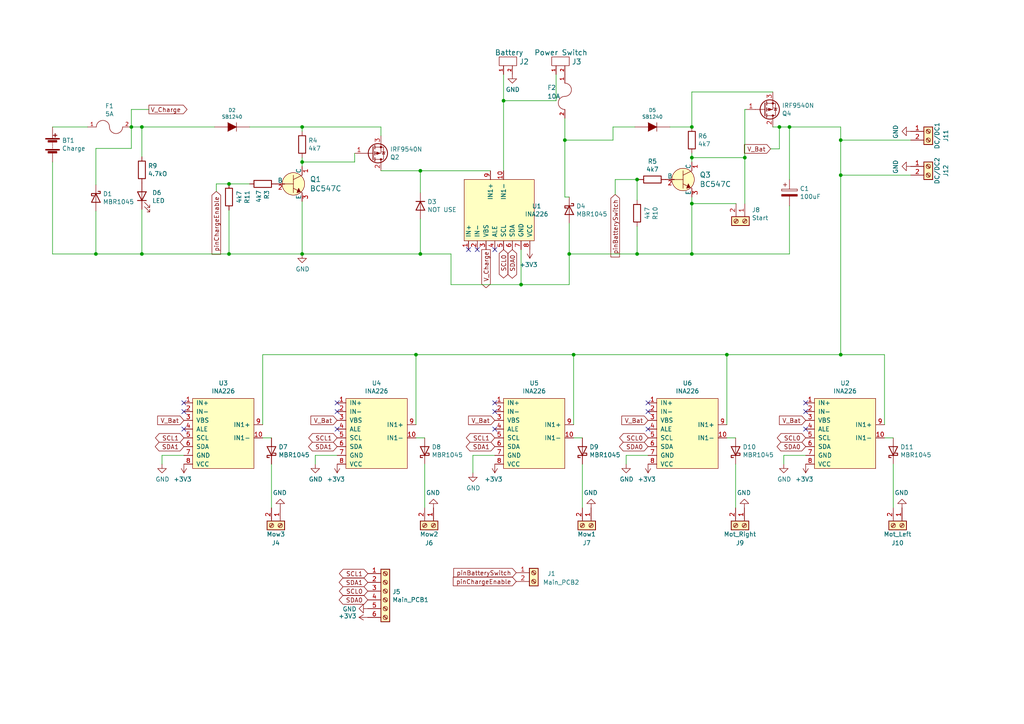
<source format=kicad_sch>
(kicad_sch (version 20210406) (generator eeschema)
  (paper "A4")
  (lib_symbols
    (symbol "Connector:Screw_Terminal_01x02" (pin_names (offset 1.016) hide)
      (property "Reference" "J" (at 0 2.54 0))
      (property "Value" "Screw_Terminal_01x02" (at 0 -5.08 0))
      (symbol "Screw_Terminal_01x02_1_1"
        (circle (center 0 -2.54) (radius 0.635) (stroke (width 0.1524)))
        (circle (center 0 0) (radius 0.635) (stroke (width 0.1524)))
        (rectangle (start -1.27 1.27) (end 1.27 -3.81) (stroke (width 0.254)) (fill (type background)))
        (polyline (pts (xy -0.5334 -2.2098) (xy 0.3302 -3.048)) (stroke (width 0.1524)))
        (polyline (pts (xy -0.5334 0.3302) (xy 0.3302 -0.508)) (stroke (width 0.1524)))
        (polyline (pts (xy -0.3556 -2.032) (xy 0.508 -2.8702)) (stroke (width 0.1524)))
        (polyline (pts (xy -0.3556 0.508) (xy 0.508 -0.3302)) (stroke (width 0.1524)))
        (pin passive line (at -5.08 0 0) (length 3.81) (name "Pin_1") (number "1"))
        (pin passive line (at -5.08 -2.54 0) (length 3.81) (name "Pin_2") (number "2"))
      )
    )
    (symbol "Connector:Screw_Terminal_01x06" (pin_names (offset 1.016) hide)
      (property "Reference" "J" (at 0 7.62 0))
      (property "Value" "Screw_Terminal_01x06" (at 0 -10.16 0))
      (symbol "Screw_Terminal_01x06_1_1"
        (circle (center 0 -7.62) (radius 0.635) (stroke (width 0.1524)))
        (circle (center 0 -5.08) (radius 0.635) (stroke (width 0.1524)))
        (circle (center 0 -2.54) (radius 0.635) (stroke (width 0.1524)))
        (circle (center 0 0) (radius 0.635) (stroke (width 0.1524)))
        (circle (center 0 2.54) (radius 0.635) (stroke (width 0.1524)))
        (circle (center 0 5.08) (radius 0.635) (stroke (width 0.1524)))
        (rectangle (start -1.27 6.35) (end 1.27 -8.89) (stroke (width 0.254)) (fill (type background)))
        (polyline (pts (xy -0.5334 -7.2898) (xy 0.3302 -8.128)) (stroke (width 0.1524)))
        (polyline (pts (xy -0.5334 -4.7498) (xy 0.3302 -5.588)) (stroke (width 0.1524)))
        (polyline (pts (xy -0.5334 -2.2098) (xy 0.3302 -3.048)) (stroke (width 0.1524)))
        (polyline (pts (xy -0.5334 0.3302) (xy 0.3302 -0.508)) (stroke (width 0.1524)))
        (polyline (pts (xy -0.5334 2.8702) (xy 0.3302 2.032)) (stroke (width 0.1524)))
        (polyline (pts (xy -0.5334 5.4102) (xy 0.3302 4.572)) (stroke (width 0.1524)))
        (polyline (pts (xy -0.3556 -7.112) (xy 0.508 -7.9502)) (stroke (width 0.1524)))
        (polyline (pts (xy -0.3556 -4.572) (xy 0.508 -5.4102)) (stroke (width 0.1524)))
        (polyline (pts (xy -0.3556 -2.032) (xy 0.508 -2.8702)) (stroke (width 0.1524)))
        (polyline (pts (xy -0.3556 0.508) (xy 0.508 -0.3302)) (stroke (width 0.1524)))
        (polyline (pts (xy -0.3556 3.048) (xy 0.508 2.2098)) (stroke (width 0.1524)))
        (polyline (pts (xy -0.3556 5.588) (xy 0.508 4.7498)) (stroke (width 0.1524)))
        (pin passive line (at -5.08 5.08 0) (length 3.81) (name "Pin_1") (number "1"))
        (pin passive line (at -5.08 2.54 0) (length 3.81) (name "Pin_2") (number "2"))
        (pin passive line (at -5.08 0 0) (length 3.81) (name "Pin_3") (number "3"))
        (pin passive line (at -5.08 -2.54 0) (length 3.81) (name "Pin_4") (number "4"))
        (pin passive line (at -5.08 -5.08 0) (length 3.81) (name "Pin_5") (number "5"))
        (pin passive line (at -5.08 -7.62 0) (length 3.81) (name "Pin_6") (number "6"))
      )
    )
    (symbol "Device:Battery" (pin_numbers hide) (pin_names (offset 0) hide)
      (property "Reference" "BT" (at 2.54 2.54 0))
      (property "Value" "Battery" (at 2.54 0 0))
      (symbol "Battery_0_1"
        (rectangle (start -2.032 -1.397) (end 2.032 -1.651) (fill (type outline)))
        (rectangle (start -2.032 1.778) (end 2.032 1.524) (fill (type outline)))
        (rectangle (start -1.3208 -1.9812) (end 1.27 -2.4892) (fill (type outline)))
        (rectangle (start -1.3208 1.1938) (end 1.27 0.6858) (fill (type outline)))
        (polyline (pts (xy 0 -1.524) (xy 0 -1.27)))
        (polyline (pts (xy 0 -1.016) (xy 0 -0.762)))
        (polyline (pts (xy 0 -0.508) (xy 0 -0.254)))
        (polyline (pts (xy 0 0) (xy 0 0.254)))
        (polyline (pts (xy 0 0.508) (xy 0 0.762)))
        (polyline (pts (xy 0 1.778) (xy 0 2.54)))
        (polyline (pts (xy 0.254 2.667) (xy 1.27 2.667)) (stroke (width 0.254)))
        (polyline (pts (xy 0.762 3.175) (xy 0.762 2.159)) (stroke (width 0.254)))
      )
      (symbol "Battery_1_1"
        (pin passive line (at 0 5.08 270) (length 2.54) (name "+") (number "1"))
        (pin passive line (at 0 -5.08 90) (length 2.54) (name "-") (number "2"))
      )
    )
    (symbol "Device:CP" (pin_numbers hide) (pin_names (offset 0.254))
      (property "Reference" "C" (at 0.635 2.54 0))
      (property "Value" "CP" (at 0.635 -2.54 0))
      (symbol "CP_0_1"
        (rectangle (start -2.286 0.508) (end 2.286 1.016))
        (rectangle (start 2.286 -0.508) (end -2.286 -1.016) (fill (type outline)))
        (polyline (pts (xy -1.778 2.286) (xy -0.762 2.286)))
        (polyline (pts (xy -1.27 2.794) (xy -1.27 1.778)))
      )
      (symbol "CP_1_1"
        (pin passive line (at 0 3.81 270) (length 2.794) (name "~") (number "1"))
        (pin passive line (at 0 -3.81 90) (length 2.794) (name "~") (number "2"))
      )
    )
    (symbol "Device:LED" (pin_numbers hide) (pin_names (offset 1.016) hide)
      (property "Reference" "D" (at 0 2.54 0))
      (property "Value" "LED" (at 0 -2.54 0))
      (symbol "LED_0_1"
        (polyline (pts (xy -1.27 -1.27) (xy -1.27 1.27)) (stroke (width 0.254)))
        (polyline (pts (xy -1.27 0) (xy 1.27 0)))
        (polyline (pts (xy 1.27 -1.27) (xy 1.27 1.27) (xy -1.27 0) (xy 1.27 -1.27)) (stroke (width 0.254)))
        (polyline (pts (xy -3.048 -0.762) (xy -4.572 -2.286) (xy -3.81 -2.286) (xy -4.572 -2.286) (xy -4.572 -1.524)))
        (polyline (pts (xy -1.778 -0.762) (xy -3.302 -2.286) (xy -2.54 -2.286) (xy -3.302 -2.286) (xy -3.302 -1.524)))
      )
      (symbol "LED_1_1"
        (pin passive line (at -3.81 0 0) (length 2.54) (name "K") (number "1"))
        (pin passive line (at 3.81 0 180) (length 2.54) (name "A") (number "2"))
      )
    )
    (symbol "Device:R" (pin_numbers hide) (pin_names (offset 0))
      (property "Reference" "R" (at 2.032 0 90))
      (property "Value" "R" (at 0 0 90))
      (symbol "R_0_1"
        (rectangle (start -1.016 -2.54) (end 1.016 2.54) (stroke (width 0.254)))
      )
      (symbol "R_1_1"
        (pin passive line (at 0 3.81 270) (length 1.27) (name "~") (number "1"))
        (pin passive line (at 0 -3.81 90) (length 1.27) (name "~") (number "2"))
      )
    )
    (symbol "Diode:1N4148" (pin_numbers hide) (pin_names (offset 1.016) hide)
      (property "Reference" "D" (at 0 2.54 0))
      (property "Value" "1N4148" (at 0 -2.54 0))
      (symbol "1N4148_0_1"
        (polyline (pts (xy -1.27 1.27) (xy -1.27 -1.27)) (stroke (width 0.254)))
        (polyline (pts (xy 1.27 0) (xy -1.27 0)))
        (polyline (pts (xy 1.27 1.27) (xy 1.27 -1.27) (xy -1.27 0) (xy 1.27 1.27)) (stroke (width 0.254)))
      )
      (symbol "1N4148_1_1"
        (pin passive line (at -3.81 0 0) (length 2.54) (name "K") (number "1"))
        (pin passive line (at 3.81 0 180) (length 2.54) (name "A") (number "2"))
      )
    )
    (symbol "Diode:MBR745" (pin_numbers hide) (pin_names (offset 1.016) hide)
      (property "Reference" "D" (at 0 2.54 0))
      (property "Value" "MBR745" (at 0 -2.54 0))
      (symbol "MBR745_0_1"
        (polyline (pts (xy 1.27 0) (xy -1.27 0)))
        (polyline (pts (xy 1.27 1.27) (xy 1.27 -1.27) (xy -1.27 0) (xy 1.27 1.27)) (stroke (width 0.254)))
        (polyline (pts (xy -1.905 0.635) (xy -1.905 1.27) (xy -1.27 1.27) (xy -1.27 -1.27) (xy -0.635 -1.27) (xy -0.635 -0.635)) (stroke (width 0.254)))
      )
      (symbol "MBR745_1_1"
        (pin passive line (at -3.81 0 0) (length 2.54) (name "K") (number "1"))
        (pin passive line (at 3.81 0 180) (length 2.54) (name "A") (number "2"))
      )
    )
    (symbol "Mechanical:MountingHole_Pad" (pin_numbers hide) (pin_names (offset 1.016) hide)
      (property "Reference" "H" (at 0 6.35 0))
      (property "Value" "MountingHole_Pad" (at 0 4.445 0))
      (symbol "MountingHole_Pad_0_1"
        (circle (center 0 1.27) (radius 1.27) (stroke (width 1.27)))
      )
      (symbol "MountingHole_Pad_1_1"
        (pin input line (at 0 -2.54 90) (length 2.54) (name "1") (number "1"))
      )
    )
    (symbol "Sense_I2C:INA226" (pin_names (offset 1.016))
      (property "Reference" "U" (at 0 11.43 0))
      (property "Value" "INA226" (at 3.81 -6.35 0))
      (symbol "INA226_0_1"
        (rectangle (start 8.89 -10.16) (end -8.89 10.16) (fill (type background)))
      )
      (symbol "INA226_1_1"
        (pin input line (at -11.43 8.89 0) (length 2.54) (name "IN+") (number "1"))
        (pin input line (at 11.43 -1.27 180) (length 2.54) (name "IN1-") (number "10"))
        (pin input line (at -11.43 6.35 0) (length 2.54) (name "IN-") (number "2"))
        (pin input line (at -11.43 3.81 0) (length 2.54) (name "VBS") (number "3"))
        (pin input line (at -11.43 1.27 0) (length 2.54) (name "ALE") (number "4"))
        (pin bidirectional line (at -11.43 -1.27 0) (length 2.54) (name "SCL") (number "5"))
        (pin bidirectional line (at -11.43 -3.81 0) (length 2.54) (name "SDA") (number "6"))
        (pin input line (at -11.43 -6.35 0) (length 2.54) (name "GND") (number "7"))
        (pin input line (at -11.43 -8.89 0) (length 2.54) (name "VCC") (number "8"))
        (pin input line (at 11.43 2.54 180) (length 2.54) (name "IN1+") (number "9"))
      )
    )
    (symbol "Transistor_FET:IRF9540N" (pin_names hide)
      (property "Reference" "Q" (at 5.08 1.905 0))
      (property "Value" "IRF9540N" (at 5.08 0 0))
      (symbol "IRF9540N_0_1"
        (circle (center 1.651 0) (radius 2.794) (stroke (width 0.254)))
        (circle (center 2.54 -1.778) (radius 0.254) (fill (type outline)))
        (circle (center 2.54 1.778) (radius 0.254) (fill (type outline)))
        (polyline (pts (xy 0.254 0) (xy -2.54 0)))
        (polyline (pts (xy 0.254 1.905) (xy 0.254 -1.905)) (stroke (width 0.254)))
        (polyline (pts (xy 0.762 -1.27) (xy 0.762 -2.286)) (stroke (width 0.254)))
        (polyline (pts (xy 0.762 0.508) (xy 0.762 -0.508)) (stroke (width 0.254)))
        (polyline (pts (xy 0.762 2.286) (xy 0.762 1.27)) (stroke (width 0.254)))
        (polyline (pts (xy 2.54 2.54) (xy 2.54 1.778)))
        (polyline (pts (xy 2.54 -2.54) (xy 2.54 0) (xy 0.762 0)))
        (polyline (pts (xy 0.762 1.778) (xy 3.302 1.778) (xy 3.302 -1.778) (xy 0.762 -1.778)))
        (polyline (pts (xy 2.794 -0.508) (xy 2.921 -0.381) (xy 3.683 -0.381) (xy 3.81 -0.254)))
        (polyline (pts (xy 3.302 -0.381) (xy 2.921 0.254) (xy 3.683 0.254) (xy 3.302 -0.381)))
        (polyline (pts (xy 2.286 0) (xy 1.27 0.381) (xy 1.27 -0.381) (xy 2.286 0)) (fill (type outline)))
      )
      (symbol "IRF9540N_1_1"
        (pin input line (at -5.08 0 0) (length 2.54) (name "G") (number "1"))
        (pin passive line (at 2.54 5.08 270) (length 2.54) (name "D") (number "2"))
        (pin passive line (at 2.54 -5.08 90) (length 2.54) (name "S") (number "3"))
      )
    )
    (symbol "charge_pcb-rescue:BC548BTA-dk_Transistors-Bipolar-BJT-Single" (pin_names (offset 0))
      (property "Reference" "Q" (at -3.2004 4.2164 0))
      (property "Value" "BC548BTA-dk_Transistors-Bipolar-BJT-Single" (at 5.2324 0 90))
      (symbol "BC548BTA-dk_Transistors-Bipolar-BJT-Single_0_1"
        (circle (center 0 0) (radius 3.2512) (fill (type background)))
        (polyline (pts (xy -3.81 0) (xy -2.54 0)))
        (polyline (pts (xy -3.556 0) (xy 0 0)))
        (polyline (pts (xy 0 -1.27) (xy 2.54 -2.54)))
        (polyline (pts (xy 0 1.27) (xy 2.54 2.54)))
        (polyline (pts (xy 0 2.54) (xy 0 -2.54)))
        (polyline (pts (xy 1.524 -1.27) (xy 2.032 -2.286) (xy 1.016 -2.54) (xy 1.524 -1.27)) (fill (type outline)))
      )
      (symbol "BC548BTA-dk_Transistors-Bipolar-BJT-Single_1_1"
        (pin passive line (at 2.54 5.08 270) (length 2.54) (name "C") (number "1"))
        (pin input line (at -5.08 0 0) (length 2.54) (name "B") (number "2"))
        (pin passive line (at 2.54 -5.08 90) (length 2.54) (name "E") (number "3"))
      )
    )
    (symbol "charge_pcb-rescue:DIODE-Lötpad_2,5mm" (pin_numbers hide) (pin_names (offset 1.016) hide)
      (property "Reference" "D" (at 0 2.54 0))
      (property "Value" "DIODE-Lötpad_2,5mm" (at 0 -2.54 0))
      (symbol "DIODE-Lötpad_2,5mm_0_1"
        (polyline (pts (xy 1.27 1.27) (xy 1.27 -1.27)) (stroke (width 0.1524)))
        (polyline (pts (xy -1.27 1.27) (xy 1.27 0) (xy -1.27 -1.27)) (fill (type outline)))
      )
      (symbol "DIODE-Lötpad_2,5mm_1_1"
        (pin passive line (at -5.08 0 0) (length 3.81) (name "A") (number "1"))
        (pin passive line (at 5.08 0 180) (length 3.81) (name "K") (number "2"))
      )
    )
    (symbol "charge_pcb-rescue:FUSE-Zimprich" (pin_names (offset 0.254))
      (property "Reference" "F" (at 2.54 1.27 0))
      (property "Value" "FUSE-Zimprich" (at -2.54 -1.27 0))
      (symbol "FUSE-Zimprich_0_1"
        (arc (start 0 0) (end -3.81 0) (radius (at -1.905 0) (length 1.905) (angles 0.1 179.9)))
        (arc (start 0 0) (end 3.81 0) (radius (at 1.905 0) (length 1.905) (angles -179.9 -0.1)))
      )
      (symbol "FUSE-Zimprich_1_1"
        (pin input line (at -6.35 0 0) (length 2.54) (name "~") (number "1"))
        (pin input line (at 6.35 0 180) (length 2.54) (name "~") (number "2"))
      )
    )
    (symbol "charge_pcb-rescue:GND-Lötpad_2,5mm" (power) (pin_names (offset 0))
      (property "Value" "GND-Lötpad_2,5mm" (at 0 -3.81 0))
      (symbol "GND-Lötpad_2,5mm_0_1"
        (polyline (pts (xy 0 0) (xy 0 -1.27) (xy 1.27 -1.27) (xy 0 -2.54) (xy -1.27 -1.27) (xy 0 -1.27)))
      )
      (symbol "GND-Lötpad_2,5mm_1_1"
        (pin power_in line (at 0 0 270) (length 0) hide (name "GND") (number "1"))
      )
    )
    (symbol "charge_pcb-rescue:HEADER_2-Zimprich" (pin_names (offset 0))
      (property "Reference" "J" (at 0 3.81 0))
      (property "Value" "HEADER_2-Zimprich" (at 0 -3.81 0))
      (symbol "HEADER_2-Zimprich_0_1"
        (rectangle (start 2.54 2.54) (end 0 -2.54))
      )
      (symbol "HEADER_2-Zimprich_1_1"
        (pin passive line (at -2.54 1.27 0) (length 2.54) (name "~") (number "1"))
        (pin passive line (at -2.54 -1.27 0) (length 2.54) (name "~") (number "2"))
      )
    )
    (symbol "power:+3.3V" (power) (pin_names (offset 0))
      (property "Value" "+3.3V" (at 0 3.556 0))
      (symbol "+3.3V_0_1"
        (polyline (pts (xy -0.762 1.27) (xy 0 2.54)))
        (polyline (pts (xy 0 0) (xy 0 2.54)))
        (polyline (pts (xy 0 2.54) (xy 0.762 1.27)))
      )
      (symbol "+3.3V_1_1"
        (pin power_in line (at 0 0 90) (length 0) hide (name "+3V3") (number "1"))
      )
    )
    (symbol "power:+3V3" (power) (pin_names (offset 0))
      (property "Value" "+3V3" (at 0 3.556 0))
      (symbol "+3V3_0_1"
        (polyline (pts (xy -0.762 1.27) (xy 0 2.54)))
        (polyline (pts (xy 0 0) (xy 0 2.54)))
        (polyline (pts (xy 0 2.54) (xy 0.762 1.27)))
      )
      (symbol "+3V3_1_1"
        (pin power_in line (at 0 0 90) (length 0) hide (name "+3V3") (number "1"))
      )
    )
    (symbol "power:GND" (power) (pin_names (offset 0))
      (property "Value" "GND" (at 0 -3.81 0))
      (symbol "GND_0_1"
        (polyline (pts (xy 0 0) (xy 0 -1.27) (xy 1.27 -1.27) (xy 0 -2.54) (xy -1.27 -1.27) (xy 0 -1.27)))
      )
      (symbol "GND_1_1"
        (pin power_in line (at 0 0 270) (length 0) hide (name "GND") (number "1"))
      )
    )
  )
  (junction (at 27.813 73.66) (diameter 0.9144))
  (junction (at 38.1 36.83) (diameter 0.9144))
  (junction (at 41.148 36.83) (diameter 0.9144))
  (junction (at 41.148 73.66) (diameter 0.9144))
  (junction (at 66.421 53.34) (diameter 0.9144))
  (junction (at 66.421 73.66) (diameter 0.9144))
  (junction (at 87.63 36.83) (diameter 0.9144))
  (junction (at 87.63 46.99) (diameter 0.9144))
  (junction (at 87.63 73.66) (diameter 0.9144))
  (junction (at 120.65 102.87) (diameter 0.9144))
  (junction (at 121.92 49.53) (diameter 0.9144))
  (junction (at 121.92 73.66) (diameter 0.9144))
  (junction (at 146.05 29.21) (diameter 0.9144))
  (junction (at 151.13 82.55) (diameter 0.9144))
  (junction (at 163.83 40.64) (diameter 0.9144))
  (junction (at 165.1 73.66) (diameter 0.9144))
  (junction (at 166.37 102.87) (diameter 0.9144))
  (junction (at 184.785 52.07) (diameter 0.9144))
  (junction (at 184.785 73.66) (diameter 0.9144))
  (junction (at 200.66 36.83) (diameter 0.9144))
  (junction (at 200.66 45.72) (diameter 0.9144))
  (junction (at 200.66 59.055) (diameter 0.9144))
  (junction (at 200.66 73.66) (diameter 0.9144))
  (junction (at 210.82 102.87) (diameter 0.9144))
  (junction (at 216.027 45.72) (diameter 0.9144))
  (junction (at 226.06 36.83) (diameter 0.9144))
  (junction (at 228.981 36.83) (diameter 0.9144))
  (junction (at 243.84 40.64) (diameter 0.9144))
  (junction (at 243.84 50.8) (diameter 0.9144))
  (junction (at 243.84 102.87) (diameter 0.9144))
  (no_connect (at 53.34 116.84))
  (no_connect (at 53.34 119.38))
  (no_connect (at 53.34 124.46))
  (no_connect (at 97.79 116.84))
  (no_connect (at 97.79 119.38))
  (no_connect (at 97.79 124.46))
  (no_connect (at 135.89 72.39))
  (no_connect (at 138.43 72.39))
  (no_connect (at 143.51 72.39))
  (no_connect (at 143.51 116.84))
  (no_connect (at 143.51 119.38))
  (no_connect (at 143.51 124.46))
  (no_connect (at 187.96 116.84))
  (no_connect (at 187.96 119.38))
  (no_connect (at 187.96 124.46))
  (no_connect (at 233.68 116.84))
  (no_connect (at 233.68 119.38))
  (no_connect (at 233.68 124.46))
  (wire (pts (xy 15.24 36.83) (xy 25.4 36.83)))
  (wire (pts (xy 15.24 73.66) (xy 15.24 46.99)))
  (wire (pts (xy 15.24 73.66) (xy 27.813 73.66)))
  (wire (pts (xy 27.813 43.053) (xy 27.813 53.594)))
  (wire (pts (xy 27.813 61.214) (xy 27.813 73.66)))
  (wire (pts (xy 27.813 73.66) (xy 41.148 73.66)))
  (wire (pts (xy 38.1 31.75) (xy 38.1 36.83)))
  (wire (pts (xy 38.1 36.83) (xy 38.1 43.053)))
  (wire (pts (xy 38.1 36.83) (xy 41.148 36.83)))
  (wire (pts (xy 38.1 43.053) (xy 27.813 43.053)))
  (wire (pts (xy 41.148 36.83) (xy 62.23 36.83)))
  (wire (pts (xy 41.148 45.466) (xy 41.148 36.83)))
  (wire (pts (xy 41.148 60.706) (xy 41.148 73.66)))
  (wire (pts (xy 41.148 73.66) (xy 66.421 73.66)))
  (wire (pts (xy 43.18 31.75) (xy 38.1 31.75)))
  (wire (pts (xy 46.99 132.08) (xy 46.99 134.62)))
  (wire (pts (xy 53.34 132.08) (xy 46.99 132.08)))
  (wire (pts (xy 62.738 53.34) (xy 62.738 55.499)))
  (wire (pts (xy 66.421 53.34) (xy 62.738 53.34)))
  (wire (pts (xy 66.421 53.34) (xy 72.39 53.34)))
  (wire (pts (xy 66.421 60.96) (xy 66.421 73.66)))
  (wire (pts (xy 66.421 73.66) (xy 87.63 73.66)))
  (wire (pts (xy 72.39 36.83) (xy 87.63 36.83)))
  (wire (pts (xy 76.2 102.87) (xy 120.65 102.87)))
  (wire (pts (xy 76.2 123.19) (xy 76.2 102.87)))
  (wire (pts (xy 76.2 127) (xy 78.74 127)))
  (wire (pts (xy 78.74 134.62) (xy 78.74 147.32)))
  (wire (pts (xy 87.63 36.83) (xy 87.63 38.1)))
  (wire (pts (xy 87.63 36.83) (xy 110.49 36.83)))
  (wire (pts (xy 87.63 45.72) (xy 87.63 46.99)))
  (wire (pts (xy 87.63 46.99) (xy 87.63 48.26)))
  (wire (pts (xy 87.63 46.99) (xy 102.87 46.99)))
  (wire (pts (xy 87.63 73.66) (xy 87.63 58.42)))
  (wire (pts (xy 87.63 73.66) (xy 121.92 73.66)))
  (wire (pts (xy 91.44 132.08) (xy 91.44 134.62)))
  (wire (pts (xy 97.79 132.08) (xy 91.44 132.08)))
  (wire (pts (xy 102.87 46.99) (xy 102.87 44.45)))
  (wire (pts (xy 110.49 36.83) (xy 110.49 39.37)))
  (wire (pts (xy 110.49 49.53) (xy 121.92 49.53)))
  (wire (pts (xy 120.65 102.87) (xy 166.37 102.87)))
  (wire (pts (xy 120.65 123.19) (xy 120.65 102.87)))
  (wire (pts (xy 120.65 127) (xy 123.19 127)))
  (wire (pts (xy 121.92 55.88) (xy 121.92 49.53)))
  (wire (pts (xy 121.92 63.5) (xy 121.92 73.66)))
  (wire (pts (xy 121.92 73.66) (xy 130.81 73.66)))
  (wire (pts (xy 123.19 134.62) (xy 123.19 147.32)))
  (wire (pts (xy 130.81 73.66) (xy 130.81 82.55)))
  (wire (pts (xy 130.81 82.55) (xy 151.13 82.55)))
  (wire (pts (xy 137.16 132.08) (xy 137.16 137.16)))
  (wire (pts (xy 142.24 49.53) (xy 121.92 49.53)))
  (wire (pts (xy 143.51 132.08) (xy 137.16 132.08)))
  (wire (pts (xy 146.05 21.59) (xy 146.05 29.21)))
  (wire (pts (xy 146.05 29.21) (xy 146.05 49.53)))
  (wire (pts (xy 151.13 72.39) (xy 151.13 82.55)))
  (wire (pts (xy 151.13 82.55) (xy 165.1 82.55)))
  (wire (pts (xy 161.29 21.59) (xy 161.29 29.21)))
  (wire (pts (xy 161.29 29.21) (xy 146.05 29.21)))
  (wire (pts (xy 163.83 34.29) (xy 163.83 40.64)))
  (wire (pts (xy 163.83 40.64) (xy 163.83 57.15)))
  (wire (pts (xy 163.83 40.64) (xy 177.8 40.64)))
  (wire (pts (xy 163.83 57.15) (xy 165.1 57.15)))
  (wire (pts (xy 165.1 73.66) (xy 165.1 64.77)))
  (wire (pts (xy 165.1 73.66) (xy 184.785 73.66)))
  (wire (pts (xy 165.1 82.55) (xy 165.1 73.66)))
  (wire (pts (xy 166.37 102.87) (xy 210.82 102.87)))
  (wire (pts (xy 166.37 123.19) (xy 166.37 102.87)))
  (wire (pts (xy 166.37 127) (xy 168.91 127)))
  (wire (pts (xy 168.91 134.62) (xy 168.91 147.32)))
  (wire (pts (xy 177.8 36.83) (xy 184.15 36.83)))
  (wire (pts (xy 177.8 40.64) (xy 177.8 36.83)))
  (wire (pts (xy 178.435 52.07) (xy 178.435 56.388)))
  (wire (pts (xy 181.61 132.08) (xy 181.61 134.62)))
  (wire (pts (xy 184.785 52.07) (xy 178.435 52.07)))
  (wire (pts (xy 184.785 58.039) (xy 184.785 52.07)))
  (wire (pts (xy 184.785 65.659) (xy 184.785 73.66)))
  (wire (pts (xy 184.785 73.66) (xy 200.66 73.66)))
  (wire (pts (xy 185.42 52.07) (xy 184.785 52.07)))
  (wire (pts (xy 187.96 132.08) (xy 181.61 132.08)))
  (wire (pts (xy 194.31 36.83) (xy 200.66 36.83)))
  (wire (pts (xy 200.66 26.67) (xy 200.66 36.83)))
  (wire (pts (xy 200.66 44.45) (xy 200.66 45.72)))
  (wire (pts (xy 200.66 45.72) (xy 200.66 46.99)))
  (wire (pts (xy 200.66 45.72) (xy 216.027 45.72)))
  (wire (pts (xy 200.66 57.15) (xy 200.66 59.055)))
  (wire (pts (xy 200.66 59.055) (xy 200.66 73.66)))
  (wire (pts (xy 200.66 73.66) (xy 228.981 73.66)))
  (wire (pts (xy 210.82 123.19) (xy 210.82 102.87)))
  (wire (pts (xy 210.82 127) (xy 213.36 127)))
  (wire (pts (xy 213.36 134.62) (xy 213.36 147.32)))
  (wire (pts (xy 213.487 59.055) (xy 200.66 59.055)))
  (wire (pts (xy 216.027 31.75) (xy 216.027 45.72)))
  (wire (pts (xy 216.027 45.72) (xy 216.027 59.055)))
  (wire (pts (xy 216.535 31.75) (xy 216.027 31.75)))
  (wire (pts (xy 223.52 43.18) (xy 226.06 43.18)))
  (wire (pts (xy 224.155 26.67) (xy 200.66 26.67)))
  (wire (pts (xy 224.155 36.83) (xy 226.06 36.83)))
  (wire (pts (xy 226.06 36.83) (xy 228.981 36.83)))
  (wire (pts (xy 226.06 43.18) (xy 226.06 36.83)))
  (wire (pts (xy 227.33 132.08) (xy 227.33 134.62)))
  (wire (pts (xy 228.981 36.83) (xy 243.84 36.83)))
  (wire (pts (xy 228.981 52.07) (xy 228.981 36.83)))
  (wire (pts (xy 228.981 59.69) (xy 228.981 73.66)))
  (wire (pts (xy 233.68 132.08) (xy 227.33 132.08)))
  (wire (pts (xy 243.84 36.83) (xy 243.84 40.64)))
  (wire (pts (xy 243.84 40.64) (xy 243.84 50.8)))
  (wire (pts (xy 243.84 50.8) (xy 243.84 102.87)))
  (wire (pts (xy 243.84 102.87) (xy 210.82 102.87)))
  (wire (pts (xy 243.84 102.87) (xy 256.54 102.87)))
  (wire (pts (xy 256.54 102.87) (xy 256.54 123.19)))
  (wire (pts (xy 256.54 127) (xy 259.08 127)))
  (wire (pts (xy 259.08 134.62) (xy 259.08 147.32)))
  (wire (pts (xy 264.16 40.64) (xy 243.84 40.64)))
  (wire (pts (xy 264.16 50.8) (xy 243.84 50.8)))
  (global_label "V_Charge" (shape output) (at 43.18 31.75 0) (property "Intersheet References" "${INTERSHEET_REFS}" (effects hide)))
  (global_label "V_Bat" (shape input) (at 53.34 121.92 180) (property "Intersheet References" "${INTERSHEET_REFS}" (effects hide)))
  (global_label "SCL1" (shape bidirectional) (at 53.34 127 180) (property "Intersheet References" "${INTERSHEET_REFS}" (effects hide)))
  (global_label "SDA1" (shape bidirectional) (at 53.34 129.54 180) (property "Intersheet References" "${INTERSHEET_REFS}" (effects hide)))
  (global_label "pinChargeEnable" (shape input) (at 62.738 55.499 270) (property "Intersheet References" "${INTERSHEET_REFS}" (effects hide)))
  (global_label "V_Bat" (shape input) (at 97.79 121.92 180) (property "Intersheet References" "${INTERSHEET_REFS}" (effects hide)))
  (global_label "SCL1" (shape bidirectional) (at 97.79 127 180) (property "Intersheet References" "${INTERSHEET_REFS}" (effects hide)))
  (global_label "SDA1" (shape bidirectional) (at 97.79 129.54 180) (property "Intersheet References" "${INTERSHEET_REFS}" (effects hide)))
  (global_label "SCL1" (shape bidirectional) (at 106.68 166.37 180) (property "Intersheet References" "${INTERSHEET_REFS}" (effects hide)))
  (global_label "SDA1" (shape bidirectional) (at 106.68 168.91 180) (property "Intersheet References" "${INTERSHEET_REFS}" (effects hide)))
  (global_label "SCL0" (shape bidirectional) (at 106.68 171.45 180) (property "Intersheet References" "${INTERSHEET_REFS}" (effects hide)))
  (global_label "SDA0" (shape bidirectional) (at 106.68 173.99 180) (property "Intersheet References" "${INTERSHEET_REFS}" (effects hide)))
  (global_label "V_Charge" (shape output) (at 140.97 72.39 270) (property "Intersheet References" "${INTERSHEET_REFS}" (effects hide)))
  (global_label "V_Bat" (shape input) (at 143.51 121.92 180) (property "Intersheet References" "${INTERSHEET_REFS}" (effects hide)))
  (global_label "SCL1" (shape bidirectional) (at 143.51 127 180) (property "Intersheet References" "${INTERSHEET_REFS}" (effects hide)))
  (global_label "SDA1" (shape bidirectional) (at 143.51 129.54 180) (property "Intersheet References" "${INTERSHEET_REFS}" (effects hide)))
  (global_label "SCL0" (shape bidirectional) (at 146.05 72.39 270) (property "Intersheet References" "${INTERSHEET_REFS}" (effects hide)))
  (global_label "SDA0" (shape bidirectional) (at 148.59 72.39 270) (property "Intersheet References" "${INTERSHEET_REFS}" (effects hide)))
  (global_label "pinBatterySwitch" (shape input) (at 149.733 166.116 180) (property "Intersheet References" "${INTERSHEET_REFS}" (effects hide)))
  (global_label "pinChargeEnable" (shape input) (at 149.733 168.656 180) (property "Intersheet References" "${INTERSHEET_REFS}" (effects hide)))
  (global_label "pinBatterySwitch" (shape input) (at 178.435 56.388 270) (property "Intersheet References" "${INTERSHEET_REFS}" (effects hide)))
  (global_label "V_Bat" (shape input) (at 187.96 121.92 180) (property "Intersheet References" "${INTERSHEET_REFS}" (effects hide)))
  (global_label "SCL0" (shape bidirectional) (at 187.96 127 180) (property "Intersheet References" "${INTERSHEET_REFS}" (effects hide)))
  (global_label "SDA0" (shape bidirectional) (at 187.96 129.54 180) (property "Intersheet References" "${INTERSHEET_REFS}" (effects hide)))
  (global_label "V_Bat" (shape input) (at 223.52 43.18 180) (property "Intersheet References" "${INTERSHEET_REFS}" (effects hide)))
  (global_label "V_Bat" (shape input) (at 233.68 121.92 180) (property "Intersheet References" "${INTERSHEET_REFS}" (effects hide)))
  (global_label "SCL0" (shape bidirectional) (at 233.68 127 180) (property "Intersheet References" "${INTERSHEET_REFS}" (effects hide)))
  (global_label "SDA0" (shape bidirectional) (at 233.68 129.54 180) (property "Intersheet References" "${INTERSHEET_REFS}" (effects hide)))
  (symbol (lib_id "power:+3.3V") (at 53.34 134.62 180) (unit 1)
    (property "Reference" "#PWR04" (effects hide))
    (property "Value" "+3.3V" (at 52.959 139.0142 0))
  )
  (symbol (lib_id "power:+3.3V") (at 97.79 134.62 180) (unit 1)
    (property "Reference" "#PWR08" (effects hide))
    (property "Value" "+3.3V" (at 97.409 139.0142 0))
  )
  (symbol (lib_id "power:+3V3") (at 106.68 179.07 90) (unit 1)
    (property "Reference" "#PWR010" (effects hide))
    (property "Value" "+3V3" (at 103.4288 178.689 90) (effects (justify left)))
  )
  (symbol (lib_id "power:+3.3V") (at 143.51 134.62 180) (unit 1)
    (property "Reference" "#PWR013" (effects hide))
    (property "Value" "+3.3V" (at 143.129 139.0142 0))
  )
  (symbol (lib_id "power:+3.3V") (at 153.67 72.39 180) (unit 1)
    (property "Reference" "#PWR05" (effects hide))
    (property "Value" "+3.3V" (at 153.289 76.7842 0))
  )
  (symbol (lib_id "power:+3.3V") (at 187.96 134.62 180) (unit 1)
    (property "Reference" "#PWR016" (effects hide))
    (property "Value" "+3.3V" (at 187.579 139.0142 0))
  )
  (symbol (lib_id "power:+3.3V") (at 233.68 134.62 180) (unit 1)
    (property "Reference" "#PWR019" (effects hide))
    (property "Value" "+3.3V" (at 233.299 139.0142 0))
  )
  (symbol (lib_id "power:GND") (at 46.99 134.62 0) (unit 1)
    (property "Reference" "#PWR03" (effects hide))
    (property "Value" "GND" (at 47.117 139.0142 0))
  )
  (symbol (lib_id "power:GND") (at 81.28 147.32 180) (unit 1)
    (property "Reference" "#PWR06" (effects hide))
    (property "Value" "GND" (at 81.153 142.9258 0))
  )
  (symbol (lib_id "power:GND") (at 87.63 73.66 0) (unit 1)
    (property "Reference" "#PWR01" (effects hide))
    (property "Value" "GND" (at 87.757 78.0542 0))
  )
  (symbol (lib_id "power:GND") (at 91.44 134.62 0) (unit 1)
    (property "Reference" "#PWR07" (effects hide))
    (property "Value" "GND" (at 91.567 139.0142 0))
  )
  (symbol (lib_id "power:GND") (at 106.68 176.53 270) (unit 1)
    (property "Reference" "#PWR09" (effects hide))
    (property "Value" "GND" (at 103.4288 176.657 90) (effects (justify right)))
  )
  (symbol (lib_id "power:GND") (at 125.73 147.32 180) (unit 1)
    (property "Reference" "#PWR011" (effects hide))
    (property "Value" "GND" (at 125.603 142.9258 0))
  )
  (symbol (lib_id "power:GND") (at 137.16 137.16 0) (unit 1)
    (property "Reference" "#PWR012" (effects hide))
    (property "Value" "GND" (at 137.287 141.5542 0))
  )
  (symbol (lib_id "power:GND") (at 148.59 21.59 0) (unit 1)
    (property "Reference" "#PWR02" (effects hide))
    (property "Value" "GND" (at 148.717 25.9842 0))
  )
  (symbol (lib_id "power:GND") (at 171.45 147.32 180) (unit 1)
    (property "Reference" "#PWR014" (effects hide))
    (property "Value" "GND" (at 171.323 142.9258 0))
  )
  (symbol (lib_id "power:GND") (at 181.61 134.62 0) (unit 1)
    (property "Reference" "#PWR015" (effects hide))
    (property "Value" "GND" (at 181.737 139.0142 0))
  )
  (symbol (lib_id "power:GND") (at 215.9 147.32 180) (unit 1)
    (property "Reference" "#PWR017" (effects hide))
    (property "Value" "GND" (at 215.773 142.9258 0))
  )
  (symbol (lib_id "power:GND") (at 227.33 134.62 0) (unit 1)
    (property "Reference" "#PWR018" (effects hide))
    (property "Value" "GND" (at 227.457 139.0142 0))
  )
  (symbol (lib_id "power:GND") (at 261.62 147.32 180) (unit 1)
    (property "Reference" "#PWR020" (effects hide))
    (property "Value" "GND" (at 261.493 142.9258 0))
  )
  (symbol (lib_id "power:GND") (at 264.16 38.1 270) (unit 1)
    (property "Reference" "#PWR021" (effects hide))
    (property "Value" "GND" (at 259.7658 38.227 0))
  )
  (symbol (lib_id "power:GND") (at 264.16 48.26 270) (unit 1)
    (property "Reference" "#PWR022" (effects hide))
    (property "Value" "GND" (at 259.7658 48.387 0))
  )
  (symbol (lib_id "charge_pcb-rescue:GND-Lötpad_2,5mm") (at 300.99 16.51 0) (unit 1)
    (property "Reference" "#PWR0101" (effects hide))
    (property "Value" "GND" (at 301.117 21.1074 0) (effects (font (size 1.524 1.524))))
  )
  (symbol (lib_id "charge_pcb-rescue:GND-Lötpad_2,5mm") (at 300.99 29.21 0) (unit 1)
    (property "Reference" "#PWR0102" (effects hide))
    (property "Value" "GND" (at 301.117 33.8074 0) (effects (font (size 1.524 1.524))))
  )
  (symbol (lib_id "charge_pcb-rescue:GND-Lötpad_2,5mm") (at 300.99 41.91 0) (unit 1)
    (property "Reference" "#PWR0103" (effects hide))
    (property "Value" "GND" (at 301.117 46.5074 0) (effects (font (size 1.524 1.524))))
  )
  (symbol (lib_id "charge_pcb-rescue:GND-Lötpad_2,5mm") (at 300.99 53.34 0) (unit 1)
    (property "Reference" "#PWR0104" (effects hide))
    (property "Value" "GND" (at 301.117 57.9374 0) (effects (font (size 1.524 1.524))))
  )
  (symbol (lib_id "Device:R") (at 41.148 49.276 0) (unit 1)
    (property "Reference" "R9" (at 42.926 48.1076 0) (effects (justify left)))
    (property "Value" "4.7kO" (at 42.926 50.419 0) (effects (justify left)))
    (property "Footprint" "Resistor_THT:R_Axial_DIN0207_L6.3mm_D2.5mm_P7.62mm_Horizontal" (effects hide))
  )
  (symbol (lib_id "Device:R") (at 66.421 57.15 0) (unit 1)
    (property "Reference" "R11" (at 71.6788 57.15 90))
    (property "Value" "4k7" (at 69.3674 57.15 90))
    (property "Footprint" "Resistor_THT:R_Axial_DIN0207_L6.3mm_D2.5mm_P7.62mm_Horizontal" (effects hide))
  )
  (symbol (lib_id "Device:R") (at 76.2 53.34 270) (unit 1)
    (property "Reference" "R3" (at 77.3684 55.118 0) (effects (justify left)))
    (property "Value" "4k7" (at 75.057 55.118 0) (effects (justify left)))
    (property "Footprint" "Resistor_THT:R_Axial_DIN0207_L6.3mm_D2.5mm_P7.62mm_Horizontal" (effects hide))
  )
  (symbol (lib_id "Device:R") (at 87.63 41.91 0) (unit 1)
    (property "Reference" "R4" (at 89.408 40.7416 0) (effects (justify left)))
    (property "Value" "4k7" (at 89.408 43.053 0) (effects (justify left)))
    (property "Footprint" "Resistor_THT:R_Axial_DIN0207_L6.3mm_D2.5mm_P7.62mm_Horizontal" (effects hide))
  )
  (symbol (lib_id "Device:R") (at 184.785 61.849 0) (unit 1)
    (property "Reference" "R10" (at 190.0428 61.849 90))
    (property "Value" "4k7" (at 187.7314 61.849 90))
    (property "Footprint" "Resistor_THT:R_Axial_DIN0207_L6.3mm_D2.5mm_P7.62mm_Horizontal" (effects hide))
  )
  (symbol (lib_id "Device:R") (at 189.23 52.07 90) (unit 1)
    (property "Reference" "R5" (at 189.23 46.8122 90))
    (property "Value" "4k7" (at 189.23 49.1236 90))
    (property "Footprint" "Resistor_THT:R_Axial_DIN0207_L6.3mm_D2.5mm_P7.62mm_Horizontal" (effects hide))
  )
  (symbol (lib_id "Device:R") (at 200.66 40.64 0) (unit 1)
    (property "Reference" "R6" (at 202.438 39.4716 0) (effects (justify left)))
    (property "Value" "4k7" (at 202.438 41.783 0) (effects (justify left)))
    (property "Footprint" "Resistor_THT:R_Axial_DIN0207_L6.3mm_D2.5mm_P7.62mm_Horizontal" (effects hide))
  )
  (symbol (lib_id "Mechanical:MountingHole_Pad") (at 300.99 13.97 0) (unit 1)
    (property "Reference" "H1" (at 303.53 12.7254 0) (effects (justify left)))
    (property "Value" "MountingHole_Pad" (at 303.53 15.0368 0) (effects (justify left)))
    (property "Footprint" "MountingHole:MountingHole_3.2mm_M3_DIN965_Pad_TopBottom" (effects hide))
  )
  (symbol (lib_id "Mechanical:MountingHole_Pad") (at 300.99 26.67 0) (unit 1)
    (property "Reference" "H2" (at 303.53 25.4254 0) (effects (justify left)))
    (property "Value" "MountingHole_Pad" (at 303.53 27.7368 0) (effects (justify left)))
    (property "Footprint" "MountingHole:MountingHole_3.2mm_M3_DIN965_Pad_TopBottom" (effects hide))
  )
  (symbol (lib_id "Mechanical:MountingHole_Pad") (at 300.99 39.37 0) (unit 1)
    (property "Reference" "H3" (at 303.53 38.1254 0) (effects (justify left)))
    (property "Value" "MountingHole_Pad" (at 303.53 40.4368 0) (effects (justify left)))
    (property "Footprint" "MountingHole:MountingHole_3.2mm_M3_DIN965_Pad_TopBottom" (effects hide))
  )
  (symbol (lib_id "Mechanical:MountingHole_Pad") (at 300.99 50.8 0) (unit 1)
    (property "Reference" "H4" (at 303.53 49.5554 0) (effects (justify left)))
    (property "Value" "MountingHole_Pad" (at 303.53 51.8668 0) (effects (justify left)))
    (property "Footprint" "MountingHole:MountingHole_3.2mm_M3_DIN965_Pad_TopBottom" (effects hide))
  )
  (symbol (lib_id "Diode:MBR745") (at 27.813 57.404 270) (unit 1)
    (property "Reference" "D1" (at 29.845 56.2356 90) (effects (justify left)))
    (property "Value" "MBR1045" (at 29.845 58.547 90) (effects (justify left)))
    (property "Footprint" "Package_TO_SOT_THT:TO-220-2_Vertical" (effects hide))
    (property "Datasheet" "http://www.onsemi.com/pub_link/Collateral/MBR735-D.PDF" (effects hide))
  )
  (symbol (lib_id "Diode:MBR745") (at 78.74 130.81 90) (unit 1)
    (property "Reference" "D7" (at 80.772 129.6416 90) (effects (justify right)))
    (property "Value" "MBR1045" (at 80.772 131.953 90) (effects (justify right)))
    (property "Footprint" "Package_TO_SOT_THT:TO-220-2_Vertical" (effects hide))
    (property "Datasheet" "http://www.onsemi.com/pub_link/Collateral/MBR735-D.PDF" (effects hide))
  )
  (symbol (lib_id "Diode:1N4148") (at 121.92 59.69 270) (unit 1)
    (property "Reference" "D3" (at 123.952 58.5216 90) (effects (justify left)))
    (property "Value" "NOT USE" (at 123.952 60.833 90) (effects (justify left)))
    (property "Footprint" "Diode_THT:D_DO-35_SOD27_P7.62mm_Horizontal" (effects hide))
    (property "Datasheet" "https://assets.nexperia.com/documents/data-sheet/1N4148_1N4448.pdf" (effects hide))
  )
  (symbol (lib_id "Diode:MBR745") (at 123.19 130.81 90) (unit 1)
    (property "Reference" "D8" (at 125.222 129.6416 90) (effects (justify right)))
    (property "Value" "MBR1045" (at 125.222 131.953 90) (effects (justify right)))
    (property "Footprint" "Package_TO_SOT_THT:TO-220-2_Vertical" (effects hide))
    (property "Datasheet" "http://www.onsemi.com/pub_link/Collateral/MBR735-D.PDF" (effects hide))
  )
  (symbol (lib_id "Diode:MBR745") (at 165.1 60.96 270) (unit 1)
    (property "Reference" "D4" (at 167.132 59.7916 90) (effects (justify left)))
    (property "Value" "MBR1045" (at 167.132 62.103 90) (effects (justify left)))
    (property "Footprint" "Package_TO_SOT_THT:TO-220-2_Vertical" (effects hide))
    (property "Datasheet" "http://www.onsemi.com/pub_link/Collateral/MBR735-D.PDF" (effects hide))
  )
  (symbol (lib_id "Diode:MBR745") (at 168.91 130.81 90) (unit 1)
    (property "Reference" "D9" (at 170.942 129.6416 90) (effects (justify right)))
    (property "Value" "MBR1045" (at 170.942 131.953 90) (effects (justify right)))
    (property "Footprint" "Package_TO_SOT_THT:TO-220-2_Vertical" (effects hide))
    (property "Datasheet" "http://www.onsemi.com/pub_link/Collateral/MBR735-D.PDF" (effects hide))
  )
  (symbol (lib_id "Diode:MBR745") (at 213.36 130.81 90) (unit 1)
    (property "Reference" "D10" (at 215.392 129.6416 90) (effects (justify right)))
    (property "Value" "MBR1045" (at 215.392 131.953 90) (effects (justify right)))
    (property "Footprint" "Package_TO_SOT_THT:TO-220-2_Vertical" (effects hide))
    (property "Datasheet" "http://www.onsemi.com/pub_link/Collateral/MBR735-D.PDF" (effects hide))
  )
  (symbol (lib_id "Diode:MBR745") (at 259.08 130.81 90) (unit 1)
    (property "Reference" "D11" (at 261.112 129.6416 90) (effects (justify right)))
    (property "Value" "MBR1045" (at 261.112 131.953 90) (effects (justify right)))
    (property "Footprint" "Package_TO_SOT_THT:TO-220-2_Vertical" (effects hide))
    (property "Datasheet" "http://www.onsemi.com/pub_link/Collateral/MBR735-D.PDF" (effects hide))
  )
  (symbol (lib_id "charge_pcb-rescue:HEADER_2-Zimprich") (at 147.32 19.05 90) (unit 1)
    (property "Reference" "J2" (at 150.5712 17.907 90) (effects (font (size 1.524 1.524)) (justify right)))
    (property "Value" "Battery" (at 143.51 15.24 90) (effects (font (size 1.524 1.524)) (justify right)))
    (property "Footprint" "TerminalBlock:TerminalBlock_bornier-2_P5.08mm" (effects hide))
  )
  (symbol (lib_id "charge_pcb-rescue:HEADER_2-Zimprich") (at 162.56 19.05 90) (unit 1)
    (property "Reference" "J3" (at 165.8112 17.907 90) (effects (font (size 1.524 1.524)) (justify right)))
    (property "Value" "Power Switch" (at 154.94 15.24 90) (effects (font (size 1.524 1.524)) (justify right)))
    (property "Footprint" "TerminalBlock:TerminalBlock_bornier-2_P5.08mm" (effects hide))
  )
  (symbol (lib_id "charge_pcb-rescue:DIODE-Lötpad_2,5mm") (at 67.31 36.83 0) (unit 1)
    (property "Reference" "D2" (at 67.31 31.9532 0) (effects (font (size 1.016 1.016))))
    (property "Value" "SB1240" (at 67.31 33.8836 0) (effects (font (size 1.016 1.016))))
    (property "Footprint" "Diode_THT:D_DO-41_SOD81_P10.16mm_Horizontal" (effects hide))
  )
  (symbol (lib_id "charge_pcb-rescue:DIODE-Lötpad_2,5mm") (at 189.23 36.83 0) (unit 1)
    (property "Reference" "D5" (at 189.23 31.9532 0) (effects (font (size 1.016 1.016))))
    (property "Value" "SB1240" (at 189.23 33.8836 0) (effects (font (size 1.016 1.016))))
    (property "Footprint" "Diode_THT:D_DO-41_SOD81_P10.16mm_Horizontal" (effects hide))
  )
  (symbol (lib_id "Device:LED") (at 41.148 56.896 90) (unit 1)
    (property "Reference" "D6" (at 44.1452 55.9054 90) (effects (justify right)))
    (property "Value" "LED" (at 44.1452 58.2168 90) (effects (justify right)))
    (property "Footprint" "LED_THT:LED_D1.8mm_W3.3mm_H2.4mm" (effects hide))
  )
  (symbol (lib_id "Connector:Screw_Terminal_01x02") (at 81.28 152.4 270) (unit 1)
    (property "Reference" "J4" (at 80.01 157.48 90))
    (property "Value" "Mow3" (at 80.01 154.94 90))
    (property "Footprint" "TerminalBlock:TerminalBlock_bornier-2_P5.08mm" (effects hide))
  )
  (symbol (lib_id "Connector:Screw_Terminal_01x02") (at 125.73 152.4 270) (unit 1)
    (property "Reference" "J6" (at 124.46 157.48 90))
    (property "Value" "Mow2" (at 124.46 154.94 90))
    (property "Footprint" "TerminalBlock:TerminalBlock_bornier-2_P5.08mm" (effects hide))
  )
  (symbol (lib_id "Connector:Screw_Terminal_01x02") (at 154.813 166.116 0) (unit 1)
    (property "Reference" "J1" (at 158.75 166.37 0) (effects (justify left)))
    (property "Value" "Main_PCB2" (at 157.48 168.91 0) (effects (justify left)))
    (property "Footprint" "Connector_JST:JST_XH_B2B-XH-A_1x02_P2.50mm_Vertical" (effects hide))
  )
  (symbol (lib_id "Connector:Screw_Terminal_01x02") (at 171.45 152.4 270) (unit 1)
    (property "Reference" "J7" (at 170.18 157.48 90))
    (property "Value" "Mow1" (at 170.18 154.94 90))
    (property "Footprint" "TerminalBlock:TerminalBlock_bornier-2_P5.08mm" (effects hide))
  )
  (symbol (lib_id "Connector:Screw_Terminal_01x02") (at 215.9 152.4 270) (unit 1)
    (property "Reference" "J9" (at 214.63 157.48 90))
    (property "Value" "Mot_Right" (at 214.63 154.94 90))
    (property "Footprint" "TerminalBlock:TerminalBlock_bornier-2_P5.08mm" (effects hide))
  )
  (symbol (lib_id "Connector:Screw_Terminal_01x02") (at 216.027 64.135 270) (unit 1)
    (property "Reference" "J8" (at 218.059 60.8838 90) (effects (justify left)))
    (property "Value" "Start" (at 218.059 63.1952 90) (effects (justify left)))
    (property "Footprint" "Connector_JST:JST_XH_B2B-XH-A_1x02_P2.50mm_Vertical" (effects hide))
  )
  (symbol (lib_id "Connector:Screw_Terminal_01x02") (at 261.62 152.4 270) (unit 1)
    (property "Reference" "J10" (at 260.35 157.48 90))
    (property "Value" "Mot_Left" (at 260.35 154.94 90))
    (property "Footprint" "TerminalBlock:TerminalBlock_bornier-2_P5.08mm" (effects hide))
  )
  (symbol (lib_id "Connector:Screw_Terminal_01x02") (at 269.24 38.1 0) (unit 1)
    (property "Reference" "J11" (at 274.32 39.37 90))
    (property "Value" "DC/DC1" (at 271.78 39.37 90))
    (property "Footprint" "TerminalBlock:TerminalBlock_bornier-2_P5.08mm" (effects hide))
  )
  (symbol (lib_id "Connector:Screw_Terminal_01x02") (at 269.24 48.26 0) (unit 1)
    (property "Reference" "J12" (at 274.32 49.53 90))
    (property "Value" "DC/DC2" (at 271.78 49.53 90))
    (property "Footprint" "TerminalBlock:TerminalBlock_bornier-2_P5.08mm" (effects hide))
  )
  (symbol (lib_id "Device:CP") (at 228.981 55.88 0) (unit 1)
    (property "Reference" "C1" (at 231.9782 54.7116 0) (effects (justify left)))
    (property "Value" "100uF" (at 231.9782 57.023 0) (effects (justify left)))
    (property "Footprint" "Zimprich:Elko_vert_11.2x6.3mm_RM2.5" (effects hide))
  )
  (symbol (lib_id "Device:Battery") (at 15.24 41.91 0) (unit 1)
    (property "Reference" "BT1" (at 17.9832 40.7416 0) (effects (justify left)))
    (property "Value" "Charge" (at 17.9832 43.053 0) (effects (justify left)))
    (property "Footprint" "Zimprich:Anschlussklemme_2P_RM5,08" (effects hide))
  )
  (symbol (lib_id "charge_pcb-rescue:FUSE-Zimprich") (at 31.75 36.83 0) (unit 1)
    (property "Reference" "F1" (at 31.75 30.734 0))
    (property "Value" "5A" (at 31.75 33.0454 0))
    (property "Footprint" "Zimprich:Fuseholder_Reichelt_PL112000" (effects hide))
  )
  (symbol (lib_id "charge_pcb-rescue:FUSE-Zimprich") (at 163.83 27.94 270) (unit 1)
    (property "Reference" "F2" (at 158.75 25.4 90) (effects (justify left)))
    (property "Value" "10A" (at 158.75 27.94 90) (effects (justify left)))
    (property "Footprint" "Zimprich:Fuseholder_Reichelt_PL112000" (effects hide))
  )
  (symbol (lib_id "charge_pcb-rescue:BC548BTA-dk_Transistors-Bipolar-BJT-Single") (at 85.09 53.34 0) (unit 1)
    (property "Reference" "Q1" (at 89.8652 51.9938 0) (effects (font (size 1.524 1.524)) (justify left)))
    (property "Value" "BC547C" (at 89.8652 54.6862 0) (effects (font (size 1.524 1.524)) (justify left)))
    (property "Footprint" "digikey-footprints:TO-92-3_Formed_Leads" (effects hide))
    (property "Datasheet" "https://media.digikey.com/pdf/Data%20Sheets/ON%20Semiconductor%20PDFs/BC546-50.pdf" (effects hide))
    (property "Digi-Key_PN" "BC548BTACT-ND" (effects hide))
    (property "MPN" "BC548BTA" (effects hide))
    (property "Category" "Discrete Semiconductor Products" (effects hide))
    (property "Family" "Transistors - Bipolar (BJT) - Single" (effects hide))
    (property "DK_Datasheet_Link" "https://media.digikey.com/pdf/Data%20Sheets/ON%20Semiconductor%20PDFs/BC546-50.pdf" (effects hide))
    (property "DK_Detail_Page" "/product-detail/en/on-semiconductor/BC548BTA/BC548BTACT-ND/4553029" (effects hide))
    (property "Description" "TRANS NPN 30V 0.1A TO-92" (effects hide))
    (property "Manufacturer" "ON Semiconductor" (effects hide))
    (property "Status" "Active" (effects hide))
  )
  (symbol (lib_id "charge_pcb-rescue:BC548BTA-dk_Transistors-Bipolar-BJT-Single") (at 198.12 52.07 0) (unit 1)
    (property "Reference" "Q3" (at 202.8952 50.7238 0) (effects (font (size 1.524 1.524)) (justify left)))
    (property "Value" "BC547C" (at 202.8952 53.4162 0) (effects (font (size 1.524 1.524)) (justify left)))
    (property "Footprint" "digikey-footprints:TO-92-3_Formed_Leads" (effects hide))
    (property "Datasheet" "https://media.digikey.com/pdf/Data%20Sheets/ON%20Semiconductor%20PDFs/BC546-50.pdf" (effects hide))
    (property "Digi-Key_PN" "BC548BTACT-ND" (effects hide))
    (property "MPN" "BC548BTA" (effects hide))
    (property "Category" "Discrete Semiconductor Products" (effects hide))
    (property "Family" "Transistors - Bipolar (BJT) - Single" (effects hide))
    (property "DK_Datasheet_Link" "https://media.digikey.com/pdf/Data%20Sheets/ON%20Semiconductor%20PDFs/BC546-50.pdf" (effects hide))
    (property "DK_Detail_Page" "/product-detail/en/on-semiconductor/BC548BTA/BC548BTACT-ND/4553029" (effects hide))
    (property "Description" "TRANS NPN 30V 0.1A TO-92" (effects hide))
    (property "Manufacturer" "ON Semiconductor" (effects hide))
    (property "Status" "Active" (effects hide))
  )
  (symbol (lib_id "Connector:Screw_Terminal_01x06") (at 111.76 171.45 0) (unit 1)
    (property "Reference" "J5" (at 113.792 171.6532 0) (effects (justify left)))
    (property "Value" "Main_PCB1" (at 113.792 173.9646 0) (effects (justify left)))
    (property "Footprint" "Connector_JST:JST_XH_B6B-XH-A_1x06_P2.50mm_Vertical" (effects hide))
  )
  (symbol (lib_id "Transistor_FET:IRF9540N") (at 107.95 44.45 0) (mirror x) (unit 1)
    (property "Reference" "Q2" (at 113.1316 45.6184 0) (effects (justify left)))
    (property "Value" "IRF9540N" (at 113.1316 43.307 0) (effects (justify left)))
    (property "Footprint" "Package_TO_SOT_THT:TO-220-3_Vertical" (effects hide))
    (property "Datasheet" "http://www.irf.com/product-info/datasheets/data/irf9540n.pdf" (effects hide))
  )
  (symbol (lib_id "Transistor_FET:IRF9540N") (at 221.615 31.75 0) (mirror x) (unit 1)
    (property "Reference" "Q4" (at 226.7966 32.9184 0) (effects (justify left)))
    (property "Value" "IRF9540N" (at 226.7966 30.607 0) (effects (justify left)))
    (property "Footprint" "Package_TO_SOT_THT:TO-220-3_Vertical" (effects hide))
    (property "Datasheet" "http://www.irf.com/product-info/datasheets/data/irf9540n.pdf" (effects hide))
  )
  (symbol (lib_id "Sense_I2C:INA226") (at 64.77 125.73 0) (unit 1)
    (property "Reference" "U3" (at 64.77 111.125 0))
    (property "Value" "INA226" (at 64.77 113.4364 0))
    (property "Footprint" "Current_sense:INA226" (effects hide))
  )
  (symbol (lib_id "Sense_I2C:INA226") (at 109.22 125.73 0) (unit 1)
    (property "Reference" "U4" (at 109.22 111.125 0))
    (property "Value" "INA226" (at 109.22 113.4364 0))
    (property "Footprint" "Current_sense:INA226" (effects hide))
  )
  (symbol (lib_id "Sense_I2C:INA226") (at 144.78 60.96 90) (unit 1)
    (property "Reference" "U1" (at 155.6512 59.7916 90))
    (property "Value" "INA226" (at 155.6512 62.103 90))
    (property "Footprint" "Current_sense:INA226" (effects hide))
  )
  (symbol (lib_id "Sense_I2C:INA226") (at 154.94 125.73 0) (unit 1)
    (property "Reference" "U5" (at 154.94 111.125 0))
    (property "Value" "INA226" (at 154.94 113.4364 0))
    (property "Footprint" "Current_sense:INA226" (effects hide))
  )
  (symbol (lib_id "Sense_I2C:INA226") (at 199.39 125.73 0) (unit 1)
    (property "Reference" "U6" (at 199.39 111.125 0))
    (property "Value" "INA226" (at 199.39 113.4364 0))
    (property "Footprint" "Current_sense:INA226" (effects hide))
  )
  (symbol (lib_id "Sense_I2C:INA226") (at 245.11 125.73 0) (unit 1)
    (property "Reference" "U2" (at 245.11 111.125 0))
    (property "Value" "INA226" (at 245.11 113.4364 0))
    (property "Footprint" "Current_sense:INA226" (effects hide))
  )
)
</source>
